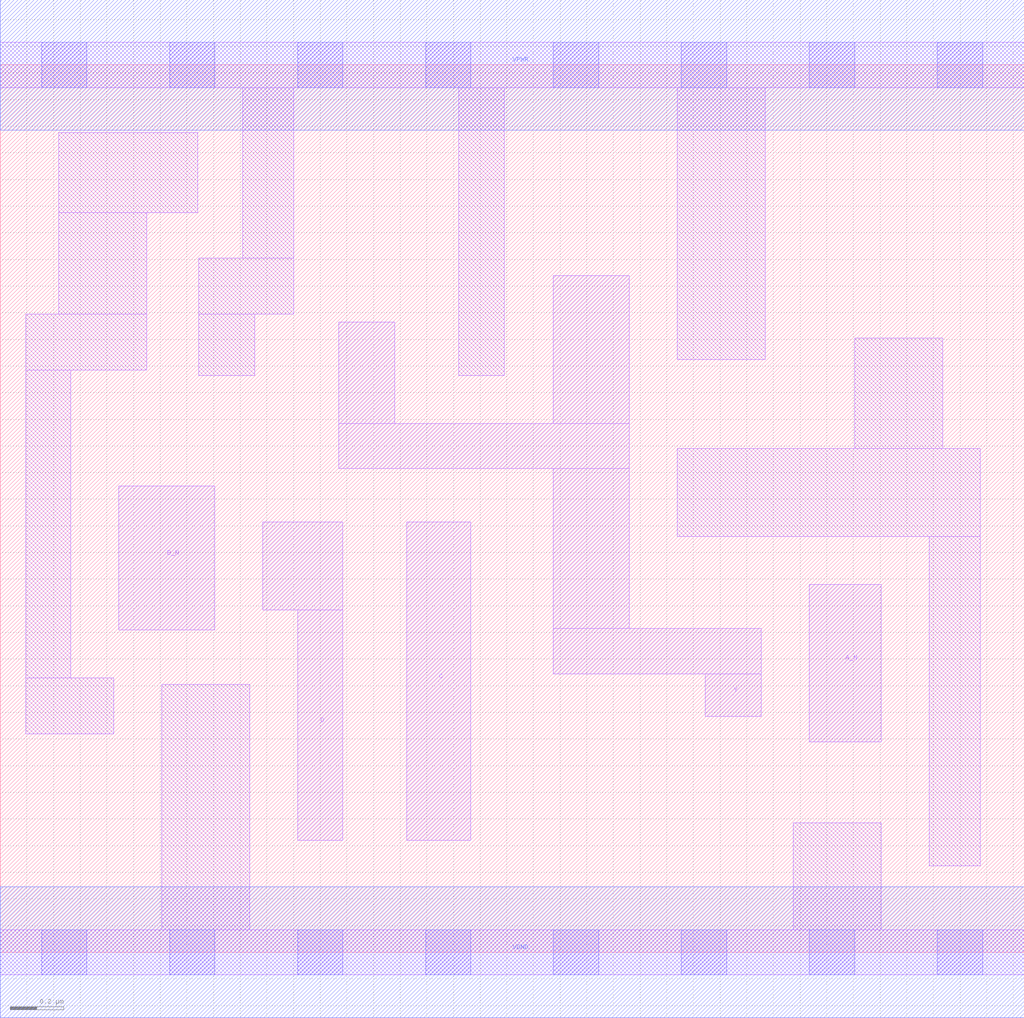
<source format=lef>
# Copyright 2020 The SkyWater PDK Authors
#
# Licensed under the Apache License, Version 2.0 (the "License");
# you may not use this file except in compliance with the License.
# You may obtain a copy of the License at
#
#     https://www.apache.org/licenses/LICENSE-2.0
#
# Unless required by applicable law or agreed to in writing, software
# distributed under the License is distributed on an "AS IS" BASIS,
# WITHOUT WARRANTIES OR CONDITIONS OF ANY KIND, either express or implied.
# See the License for the specific language governing permissions and
# limitations under the License.
#
# SPDX-License-Identifier: Apache-2.0

VERSION 5.7 ;
  NAMESCASESENSITIVE ON ;
  NOWIREEXTENSIONATPIN ON ;
  DIVIDERCHAR "/" ;
  BUSBITCHARS "[]" ;
UNITS
  DATABASE MICRONS 200 ;
END UNITS
MACRO sky130_fd_sc_lp__nand4bb_m
  CLASS CORE ;
  SOURCE USER ;
  FOREIGN sky130_fd_sc_lp__nand4bb_m ;
  ORIGIN  0.000000  0.000000 ;
  SIZE  3.840000 BY  3.330000 ;
  SYMMETRY X Y R90 ;
  SITE unit ;
  PIN A_N
    ANTENNAGATEAREA  0.126000 ;
    DIRECTION INPUT ;
    USE SIGNAL ;
    PORT
      LAYER li1 ;
        RECT 3.035000 0.790000 3.305000 1.380000 ;
    END
  END A_N
  PIN B_N
    ANTENNAGATEAREA  0.126000 ;
    DIRECTION INPUT ;
    USE SIGNAL ;
    PORT
      LAYER li1 ;
        RECT 0.445000 1.210000 0.805000 1.750000 ;
    END
  END B_N
  PIN C
    ANTENNAGATEAREA  0.126000 ;
    DIRECTION INPUT ;
    USE SIGNAL ;
    PORT
      LAYER li1 ;
        RECT 1.525000 0.420000 1.765000 1.615000 ;
    END
  END C
  PIN D
    ANTENNAGATEAREA  0.126000 ;
    DIRECTION INPUT ;
    USE SIGNAL ;
    PORT
      LAYER li1 ;
        RECT 0.985000 1.285000 1.285000 1.615000 ;
        RECT 1.115000 0.420000 1.285000 1.285000 ;
    END
  END D
  PIN Y
    ANTENNADIFFAREA  0.377700 ;
    DIRECTION OUTPUT ;
    USE SIGNAL ;
    PORT
      LAYER li1 ;
        RECT 1.270000 1.815000 2.360000 1.985000 ;
        RECT 1.270000 1.985000 1.480000 2.365000 ;
        RECT 2.075000 1.045000 2.855000 1.215000 ;
        RECT 2.075000 1.215000 2.360000 1.815000 ;
        RECT 2.075000 1.985000 2.360000 2.540000 ;
        RECT 2.645000 0.885000 2.855000 1.045000 ;
    END
  END Y
  PIN VGND
    DIRECTION INOUT ;
    USE GROUND ;
    PORT
      LAYER met1 ;
        RECT 0.000000 -0.245000 3.840000 0.245000 ;
    END
  END VGND
  PIN VPWR
    DIRECTION INOUT ;
    USE POWER ;
    PORT
      LAYER met1 ;
        RECT 0.000000 3.085000 3.840000 3.575000 ;
    END
  END VPWR
  OBS
    LAYER li1 ;
      RECT 0.000000 -0.085000 3.840000 0.085000 ;
      RECT 0.000000  3.245000 3.840000 3.415000 ;
      RECT 0.095000  0.820000 0.425000 1.030000 ;
      RECT 0.095000  1.030000 0.265000 2.185000 ;
      RECT 0.095000  2.185000 0.550000 2.395000 ;
      RECT 0.220000  2.395000 0.550000 2.775000 ;
      RECT 0.220000  2.775000 0.740000 3.075000 ;
      RECT 0.605000  0.085000 0.935000 1.005000 ;
      RECT 0.745000  2.165000 0.955000 2.395000 ;
      RECT 0.745000  2.395000 1.100000 2.605000 ;
      RECT 0.910000  2.605000 1.100000 3.245000 ;
      RECT 1.720000  2.165000 1.890000 3.245000 ;
      RECT 2.540000  1.560000 3.675000 1.890000 ;
      RECT 2.540000  2.225000 2.870000 3.245000 ;
      RECT 2.975000  0.085000 3.305000 0.485000 ;
      RECT 3.205000  1.890000 3.535000 2.305000 ;
      RECT 3.485000  0.325000 3.675000 1.560000 ;
    LAYER mcon ;
      RECT 0.155000 -0.085000 0.325000 0.085000 ;
      RECT 0.155000  3.245000 0.325000 3.415000 ;
      RECT 0.635000 -0.085000 0.805000 0.085000 ;
      RECT 0.635000  3.245000 0.805000 3.415000 ;
      RECT 1.115000 -0.085000 1.285000 0.085000 ;
      RECT 1.115000  3.245000 1.285000 3.415000 ;
      RECT 1.595000 -0.085000 1.765000 0.085000 ;
      RECT 1.595000  3.245000 1.765000 3.415000 ;
      RECT 2.075000 -0.085000 2.245000 0.085000 ;
      RECT 2.075000  3.245000 2.245000 3.415000 ;
      RECT 2.555000 -0.085000 2.725000 0.085000 ;
      RECT 2.555000  3.245000 2.725000 3.415000 ;
      RECT 3.035000 -0.085000 3.205000 0.085000 ;
      RECT 3.035000  3.245000 3.205000 3.415000 ;
      RECT 3.515000 -0.085000 3.685000 0.085000 ;
      RECT 3.515000  3.245000 3.685000 3.415000 ;
  END
END sky130_fd_sc_lp__nand4bb_m
END LIBRARY

</source>
